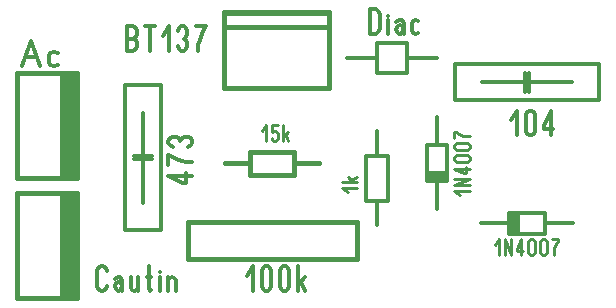
<source format=gbr>
%FSLAX34Y34*%
%MOMM*%
%LNCOPPER_BOTTOM*%
G71*
G01*
%ADD10C, 0.40*%
%ADD11C, 0.30*%
%ADD12C, 0.45*%
%ADD13C, 0.37*%
%ADD14C, 0.24*%
%LPD*%
G54D10*
X180520Y731700D02*
X323420Y731700D01*
X323420Y763400D01*
X180520Y763400D01*
X180520Y731700D01*
G54D10*
X86620Y787400D02*
X35820Y787400D01*
X35820Y698500D01*
X86620Y698500D01*
X86620Y787400D01*
G54D10*
X35820Y800100D02*
X86620Y800100D01*
X86620Y889000D01*
X35820Y889000D01*
X35820Y800100D01*
G36*
X86620Y889000D02*
X73920Y889000D01*
X73920Y800100D01*
X86620Y800100D01*
X86620Y889000D01*
G37*
G54D10*
X86620Y889000D02*
X73920Y889000D01*
X73920Y800100D01*
X86620Y800100D01*
X86620Y889000D01*
G36*
X73920Y787400D02*
X73920Y698500D01*
X86620Y698500D01*
X86620Y787400D01*
X73920Y787400D01*
G37*
G54D10*
X73920Y787400D02*
X73920Y698500D01*
X86620Y698500D01*
X86620Y787400D01*
X73920Y787400D01*
G54D11*
X127400Y879080D02*
X157600Y879080D01*
X157600Y756680D01*
X127400Y756680D01*
X127400Y879080D01*
G54D11*
X134500Y819280D02*
X150500Y819280D01*
G54D11*
X134500Y816080D02*
X150500Y816080D01*
G54D11*
X142500Y855780D02*
X142500Y819280D01*
G54D11*
X142500Y816080D02*
X142500Y779580D01*
G54D10*
X270720Y803300D02*
X270720Y822300D01*
X232720Y822300D01*
X232720Y803300D01*
X270720Y803300D01*
G54D10*
X270820Y812800D02*
X291420Y812800D01*
G54D10*
X212020Y812800D02*
X232620Y812800D01*
G54D11*
X350120Y819100D02*
X331120Y819100D01*
X331120Y781100D01*
X350120Y781100D01*
X350120Y819100D01*
G54D11*
X340620Y819200D02*
X340620Y839800D01*
G54D11*
X340620Y760400D02*
X340620Y781000D01*
G54D11*
X400120Y797600D02*
X382720Y797600D01*
X382720Y828000D01*
X400120Y828000D01*
X400120Y797600D01*
G36*
X400020Y797700D02*
X383320Y797700D01*
X383320Y804900D01*
X400020Y804900D01*
X400020Y797700D01*
G37*
G54D11*
X400020Y797700D02*
X383320Y797700D01*
X383320Y804900D01*
X400020Y804900D01*
X400020Y797700D01*
G54D11*
X391420Y773900D02*
X391420Y797700D01*
G54D11*
X391420Y827900D02*
X391420Y851700D01*
G54D11*
X366020Y914400D02*
X340620Y914400D01*
X340620Y889000D01*
X366020Y889000D01*
X366020Y914400D01*
G54D11*
X366020Y901700D02*
X391420Y901700D01*
G54D11*
X340620Y901700D02*
X315220Y901700D01*
G54D11*
X452420Y753300D02*
X452420Y770700D01*
X482820Y770700D01*
X482820Y753300D01*
X452420Y753300D01*
G36*
X452520Y753400D02*
X452520Y770100D01*
X459720Y770100D01*
X459720Y753400D01*
X452520Y753400D01*
G37*
G54D11*
X452520Y753400D02*
X452520Y770100D01*
X459720Y770100D01*
X459720Y753400D01*
X452520Y753400D01*
G54D11*
X428720Y762000D02*
X452520Y762000D01*
G54D11*
X482720Y762000D02*
X506520Y762000D01*
G54D11*
X406420Y866280D02*
X406420Y896480D01*
X528820Y896480D01*
X528820Y866280D01*
X406420Y866280D01*
G54D11*
X466220Y873380D02*
X466220Y889380D01*
G54D11*
X469420Y873380D02*
X469420Y889380D01*
G54D11*
X429720Y881380D02*
X466220Y881380D01*
G54D11*
X469420Y881380D02*
X505920Y881380D01*
G54D10*
X299980Y939800D02*
X211080Y939800D01*
X211080Y876300D01*
X299980Y876300D01*
X299980Y939800D01*
G54D12*
X211080Y941070D02*
X299980Y941070D01*
X299980Y928370D01*
X211080Y928370D01*
X211080Y941070D01*
G54D13*
X40082Y895520D02*
X47748Y915964D01*
X55415Y895520D01*
G54D13*
X43148Y903187D02*
X52348Y903187D01*
G54D13*
X70237Y906253D02*
X67170Y907020D01*
X64104Y906253D01*
X62570Y903698D01*
X62570Y898587D01*
X64104Y896031D01*
X67170Y895520D01*
X70237Y896031D01*
G54D13*
X111759Y708853D02*
X110737Y706298D01*
X108693Y705020D01*
X106648Y705020D01*
X104604Y706298D01*
X103582Y708853D01*
X103582Y721631D01*
X104604Y724187D01*
X106648Y725464D01*
X108693Y725464D01*
X110737Y724187D01*
X111759Y721631D01*
G54D13*
X118916Y715242D02*
X120960Y716520D01*
X123413Y716520D01*
X125049Y713964D01*
X125049Y705020D01*
G54D13*
X125049Y708853D02*
X124027Y711409D01*
X121982Y711920D01*
X119938Y711409D01*
X118916Y708853D01*
X119324Y706298D01*
X120960Y705020D01*
X121982Y705020D01*
X122391Y705020D01*
X124027Y706298D01*
X125049Y708853D01*
G54D13*
X138338Y716520D02*
X138338Y705020D01*
G54D13*
X138338Y707576D02*
X137316Y705531D01*
X135271Y705020D01*
X133227Y705531D01*
X132204Y707576D01*
X132204Y716520D01*
G54D13*
X147538Y725464D02*
X147538Y706298D01*
X148560Y705020D01*
X149582Y705531D01*
G54D13*
X145494Y716520D02*
X149582Y716520D01*
G54D13*
X156738Y705020D02*
X156738Y716520D01*
G54D13*
X156738Y720353D02*
X156738Y720353D01*
G54D13*
X163894Y705020D02*
X163894Y716520D01*
G54D13*
X163894Y713964D02*
X164917Y715753D01*
X166961Y716520D01*
X169006Y715753D01*
X170028Y713964D01*
X170028Y705020D01*
G54D13*
X184323Y802327D02*
X163879Y802327D01*
X176656Y796193D01*
X179212Y796193D01*
X179212Y804371D01*
G54D13*
X163879Y811527D02*
X163879Y819705D01*
X166434Y818683D01*
X170268Y816638D01*
X175379Y814594D01*
X179212Y813572D01*
X184323Y813572D01*
G54D13*
X167712Y826861D02*
X165156Y827884D01*
X163879Y829928D01*
X163879Y831972D01*
X165156Y834017D01*
X167712Y835039D01*
X170268Y835039D01*
X172823Y834017D01*
X174101Y831972D01*
X175379Y834017D01*
X177934Y835039D01*
X180490Y835039D01*
X183045Y834017D01*
X184323Y831972D01*
X184323Y829928D01*
X183045Y827884D01*
X180490Y826861D01*
G54D13*
X128982Y908220D02*
X128982Y928664D01*
X134093Y928664D01*
X136137Y927387D01*
X137159Y924831D01*
X137159Y922276D01*
X136137Y919720D01*
X134093Y918442D01*
X136137Y917164D01*
X137159Y914609D01*
X137159Y912053D01*
X136137Y909498D01*
X134093Y908220D01*
X128982Y908220D01*
G54D13*
X128982Y918442D02*
X134093Y918442D01*
G54D13*
X148404Y908220D02*
X148404Y928664D01*
G54D13*
X144316Y928664D02*
X152493Y928664D01*
G54D13*
X159650Y920998D02*
X164761Y928664D01*
X164761Y908220D01*
G54D13*
X171916Y924831D02*
X172939Y927387D01*
X174983Y928664D01*
X177028Y928664D01*
X179072Y927387D01*
X180094Y924831D01*
X180094Y922276D01*
X179072Y919720D01*
X177028Y918442D01*
X179072Y917164D01*
X180094Y914609D01*
X180094Y912053D01*
X179072Y909498D01*
X177028Y908220D01*
X174983Y908220D01*
X172939Y909498D01*
X171916Y912053D01*
G54D13*
X187250Y928664D02*
X195428Y928664D01*
X194406Y926109D01*
X192362Y922276D01*
X190317Y917164D01*
X189295Y913331D01*
X189295Y908220D01*
G54D13*
X334571Y922578D02*
X334571Y943022D01*
X339682Y943022D01*
X341727Y941744D01*
X342749Y939189D01*
X342749Y926411D01*
X341727Y923856D01*
X339682Y922578D01*
X334571Y922578D01*
G54D13*
X349905Y922578D02*
X349905Y934078D01*
G54D13*
X349905Y937911D02*
X349905Y937911D01*
G54D13*
X357061Y932800D02*
X359106Y934078D01*
X361559Y934078D01*
X363195Y931522D01*
X363195Y922578D01*
G54D13*
X363195Y926411D02*
X362172Y928967D01*
X360128Y929478D01*
X358083Y928967D01*
X357061Y926411D01*
X357470Y923856D01*
X359106Y922578D01*
X360128Y922578D01*
X360537Y922578D01*
X362172Y923856D01*
X363195Y926411D01*
G54D13*
X375461Y933311D02*
X373417Y934078D01*
X371372Y933311D01*
X370350Y930756D01*
X370350Y925644D01*
X371372Y923089D01*
X373417Y922578D01*
X375461Y923089D01*
G54D13*
X454200Y849478D02*
X459311Y857145D01*
X459311Y836700D01*
G54D13*
X474645Y853311D02*
X474645Y840534D01*
X473623Y837978D01*
X471578Y836700D01*
X469534Y836700D01*
X467489Y837978D01*
X466467Y840534D01*
X466467Y853311D01*
X467489Y855867D01*
X469534Y857145D01*
X471578Y857145D01*
X473623Y855867D01*
X474645Y853311D01*
G54D13*
X487934Y836700D02*
X487934Y857145D01*
X481801Y844367D01*
X481801Y841811D01*
X489979Y841811D01*
G54D13*
X230582Y717798D02*
X235693Y725464D01*
X235693Y705020D01*
G54D13*
X251026Y721631D02*
X251026Y708853D01*
X250004Y706298D01*
X247960Y705020D01*
X245915Y705020D01*
X243871Y706298D01*
X242848Y708853D01*
X242848Y721631D01*
X243871Y724187D01*
X245915Y725464D01*
X247960Y725464D01*
X250004Y724187D01*
X251026Y721631D01*
G54D13*
X266360Y721631D02*
X266360Y708853D01*
X265338Y706298D01*
X263294Y705020D01*
X261249Y705020D01*
X259205Y706298D01*
X258182Y708853D01*
X258182Y721631D01*
X259205Y724187D01*
X261249Y725464D01*
X263294Y725464D01*
X265338Y724187D01*
X266360Y721631D01*
G54D13*
X273516Y705020D02*
X273516Y725464D01*
G54D13*
X276583Y712687D02*
X279650Y705020D01*
G54D13*
X273516Y710131D02*
X279650Y716520D01*
G54D14*
X243282Y840353D02*
X246615Y845353D01*
X246615Y832020D01*
G54D14*
X256615Y845353D02*
X251282Y845353D01*
X251282Y839520D01*
X251948Y839520D01*
X253282Y840353D01*
X254615Y840353D01*
X255948Y839520D01*
X256615Y837853D01*
X256615Y834520D01*
X255948Y832853D01*
X254615Y832020D01*
X253282Y832020D01*
X251948Y832853D01*
X251282Y834520D01*
G54D14*
X261282Y832020D02*
X261282Y845353D01*
G54D14*
X263282Y837020D02*
X265282Y832020D01*
G54D14*
X261282Y835353D02*
X265282Y839520D01*
G54D14*
X315628Y788807D02*
X310628Y792140D01*
X323961Y792140D01*
G54D14*
X323961Y796807D02*
X310628Y796807D01*
G54D14*
X318961Y798807D02*
X323961Y800807D01*
G54D14*
X320628Y796807D02*
X316461Y800807D01*
G54D14*
X410878Y786267D02*
X405878Y789600D01*
X419211Y789600D01*
G54D14*
X419211Y794267D02*
X405878Y794267D01*
X419211Y799600D01*
X405878Y799600D01*
G54D14*
X419211Y808267D02*
X405878Y808267D01*
X414211Y804267D01*
X415878Y804267D01*
X415878Y809600D01*
G54D14*
X408378Y819600D02*
X416711Y819600D01*
X418378Y818933D01*
X419211Y817600D01*
X419211Y816267D01*
X418378Y814933D01*
X416711Y814267D01*
X408378Y814267D01*
X406711Y814933D01*
X405878Y816267D01*
X405878Y817600D01*
X406711Y818933D01*
X408378Y819600D01*
G54D14*
X408378Y829600D02*
X416711Y829600D01*
X418378Y828933D01*
X419211Y827600D01*
X419211Y826267D01*
X418378Y824933D01*
X416711Y824267D01*
X408378Y824267D01*
X406711Y824933D01*
X405878Y826267D01*
X405878Y827600D01*
X406711Y828933D01*
X408378Y829600D01*
G54D14*
X405878Y834267D02*
X405878Y839600D01*
X407545Y838933D01*
X410045Y837600D01*
X413378Y836267D01*
X415878Y835600D01*
X419211Y835600D01*
G54D14*
X440828Y743663D02*
X444162Y748663D01*
X444162Y735330D01*
G54D14*
X448828Y735330D02*
X448828Y748663D01*
X454162Y735330D01*
X454162Y748663D01*
G54D14*
X462828Y735330D02*
X462828Y748663D01*
X458828Y740330D01*
X458828Y738663D01*
X464162Y738663D01*
G54D14*
X474162Y746163D02*
X474162Y737830D01*
X473495Y736163D01*
X472162Y735330D01*
X470828Y735330D01*
X469495Y736163D01*
X468828Y737830D01*
X468828Y746163D01*
X469495Y747830D01*
X470828Y748663D01*
X472162Y748663D01*
X473495Y747830D01*
X474162Y746163D01*
G54D14*
X484162Y746163D02*
X484162Y737830D01*
X483495Y736163D01*
X482162Y735330D01*
X480828Y735330D01*
X479495Y736163D01*
X478828Y737830D01*
X478828Y746163D01*
X479495Y747830D01*
X480828Y748663D01*
X482162Y748663D01*
X483495Y747830D01*
X484162Y746163D01*
G54D14*
X488828Y748663D02*
X494162Y748663D01*
X493495Y746996D01*
X492162Y744496D01*
X490828Y741163D01*
X490162Y738663D01*
X490162Y735330D01*
M02*

</source>
